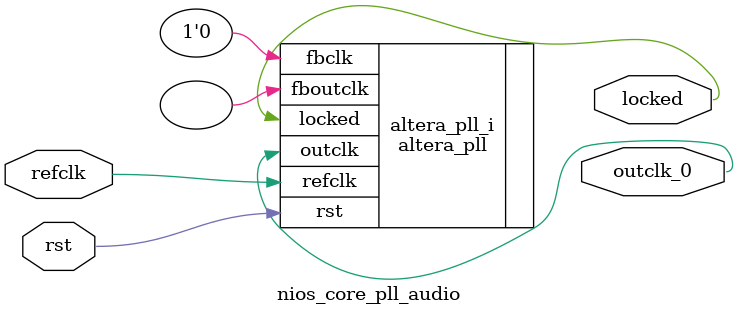
<source format=v>
`timescale 1ns/10ps
module  nios_core_pll_audio(

	// interface 'refclk'
	input wire refclk,

	// interface 'reset'
	input wire rst,

	// interface 'outclk0'
	output wire outclk_0,

	// interface 'locked'
	output wire locked
);

	altera_pll #(
		.fractional_vco_multiplier("true"),
		.reference_clock_frequency("50.0 MHz"),
		.operation_mode("normal"),
		.number_of_clocks(1),
		.output_clock_frequency0("18.432000 MHz"),
		.phase_shift0("0 ps"),
		.duty_cycle0(50),
		.output_clock_frequency1("0 MHz"),
		.phase_shift1("0 ps"),
		.duty_cycle1(50),
		.output_clock_frequency2("0 MHz"),
		.phase_shift2("0 ps"),
		.duty_cycle2(50),
		.output_clock_frequency3("0 MHz"),
		.phase_shift3("0 ps"),
		.duty_cycle3(50),
		.output_clock_frequency4("0 MHz"),
		.phase_shift4("0 ps"),
		.duty_cycle4(50),
		.output_clock_frequency5("0 MHz"),
		.phase_shift5("0 ps"),
		.duty_cycle5(50),
		.output_clock_frequency6("0 MHz"),
		.phase_shift6("0 ps"),
		.duty_cycle6(50),
		.output_clock_frequency7("0 MHz"),
		.phase_shift7("0 ps"),
		.duty_cycle7(50),
		.output_clock_frequency8("0 MHz"),
		.phase_shift8("0 ps"),
		.duty_cycle8(50),
		.output_clock_frequency9("0 MHz"),
		.phase_shift9("0 ps"),
		.duty_cycle9(50),
		.output_clock_frequency10("0 MHz"),
		.phase_shift10("0 ps"),
		.duty_cycle10(50),
		.output_clock_frequency11("0 MHz"),
		.phase_shift11("0 ps"),
		.duty_cycle11(50),
		.output_clock_frequency12("0 MHz"),
		.phase_shift12("0 ps"),
		.duty_cycle12(50),
		.output_clock_frequency13("0 MHz"),
		.phase_shift13("0 ps"),
		.duty_cycle13(50),
		.output_clock_frequency14("0 MHz"),
		.phase_shift14("0 ps"),
		.duty_cycle14(50),
		.output_clock_frequency15("0 MHz"),
		.phase_shift15("0 ps"),
		.duty_cycle15(50),
		.output_clock_frequency16("0 MHz"),
		.phase_shift16("0 ps"),
		.duty_cycle16(50),
		.output_clock_frequency17("0 MHz"),
		.phase_shift17("0 ps"),
		.duty_cycle17(50),
		.pll_type("General"),
		.pll_subtype("General")
	) altera_pll_i (
		.rst	(rst),
		.outclk	({outclk_0}),
		.locked	(locked),
		.fboutclk	( ),
		.fbclk	(1'b0),
		.refclk	(refclk)
	);
endmodule


</source>
